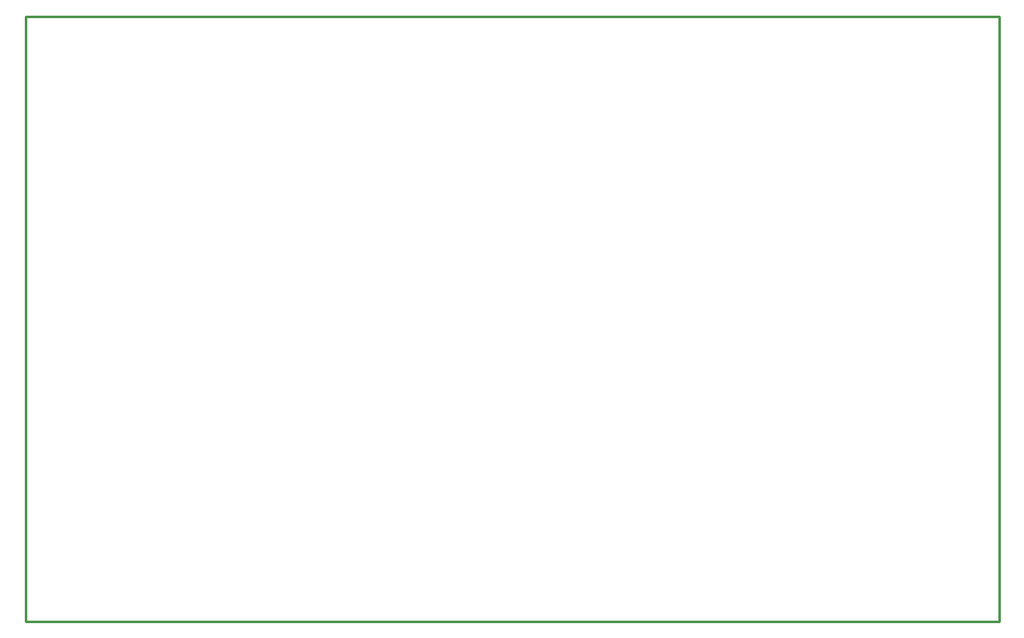
<source format=gko>
G04 Layer: BoardOutline*
G04 EasyEDA v6.2.46, 2019-11-10T15:39:34+05:30*
G04 8ae749d232974c02949487af05e517e1,699dadb93aee4be8b9b8ad6142c81684,10*
G04 Gerber Generator version 0.2*
G04 Scale: 100 percent, Rotated: No, Reflected: No *
G04 Dimensions in inches *
G04 leading zeros omitted , absolute positions ,2 integer and 4 decimal *
%FSLAX24Y24*%
%MOIN*%
G90*
G70D02*

%ADD10C,0.010000*%
G54D10*
G01X0Y24450D02*
G01X39250Y24450D01*
G01X39250Y0D01*
G01X0Y0D01*
G01X0Y24450D01*

%LPD*%
M00*
M02*

</source>
